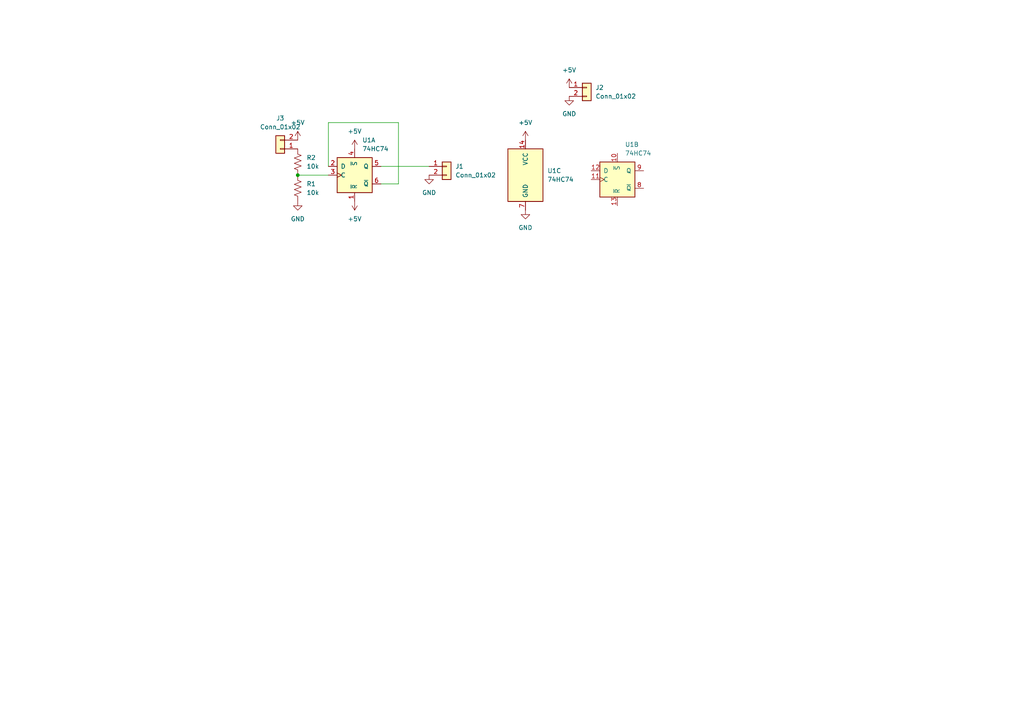
<source format=kicad_sch>
(kicad_sch (version 20230121) (generator eeschema)
  (paper "A4")
  (lib_symbols
    (symbol "74xx:74HC74" (pin_names (offset 1.016))
      (property "Reference" "U" (at -7.62 8.89 0))
      (property "Value" "74HC74" (at -7.62 -8.89 0))
      (symbol "74HC74_1_0"
        (pin input line (at 0 -7.62 90) (length 2.54) (name "~{R}") (number "1"))
        (pin input line (at -7.62 2.54 0) (length 2.54) (name "D") (number "2"))
        (pin input clock (at -7.62 0 0) (length 2.54) (name "C") (number "3"))
        (pin input line (at 0 7.62 270) (length 2.54) (name "~{S}") (number "4"))
        (pin output line (at 7.62 2.54 180) (length 2.54) (name "Q") (number "5"))
        (pin output line (at 7.62 -2.54 180) (length 2.54) (name "~{Q}") (number "6"))
      )
      (symbol "74HC74_1_1"
        (rectangle (start -5.08 5.08) (end 5.08 -5.08) (stroke (width 0.254)) (fill (type background)))
      )
      (symbol "74HC74_2_0"
        (pin input line (at 0 7.62 270) (length 2.54) (name "~{S}") (number "10"))
        (pin input clock (at -7.62 0 0) (length 2.54) (name "C") (number "11"))
        (pin input line (at -7.62 2.54 0) (length 2.54) (name "D") (number "12"))
        (pin input line (at 0 -7.62 90) (length 2.54) (name "~{R}") (number "13"))
        (pin output line (at 7.62 -2.54 180) (length 2.54) (name "~{Q}") (number "8"))
        (pin output line (at 7.62 2.54 180) (length 2.54) (name "Q") (number "9"))
      )
      (symbol "74HC74_2_1"
        (rectangle (start -5.08 5.08) (end 5.08 -5.08) (stroke (width 0.254)) (fill (type background)))
      )
      (symbol "74HC74_3_0"
        (pin power_in line (at 0 10.16 270) (length 2.54) (name "VCC") (number "14"))
        (pin power_in line (at 0 -10.16 90) (length 2.54) (name "GND") (number "7"))
      )
      (symbol "74HC74_3_1"
        (rectangle (start -5.08 7.62) (end 5.08 -7.62) (stroke (width 0.254)) (fill (type background)))
      )
    )
    (symbol "Connector_Generic:Conn_01x02" (pin_names (offset 1.016) hide)
      (property "Reference" "J" (at 0 2.54 0))
      (property "Value" "Conn_01x02" (at 0 -5.08 0))
      (symbol "Conn_01x02_1_1"
        (rectangle (start -1.27 -2.413) (end 0 -2.667) (stroke (width 0.1524)))
        (rectangle (start -1.27 0.127) (end 0 -0.127) (stroke (width 0.1524)))
        (rectangle (start -1.27 1.27) (end 1.27 -3.81) (stroke (width 0.254)) (fill (type background)))
        (pin passive line (at -5.08 0 0) (length 3.81) (name "Pin_1") (number "1"))
        (pin passive line (at -5.08 -2.54 0) (length 3.81) (name "Pin_2") (number "2"))
      )
    )
    (symbol "Device:R_US" (pin_numbers hide) (pin_names (offset 0))
      (property "Reference" "R" (at 2.54 0 90))
      (property "Value" "R_US" (at -2.54 0 90))
      (symbol "R_US_0_1"
        (polyline (pts (xy 0 -2.286) (xy 0 -2.54)))
        (polyline (pts (xy 0 2.286) (xy 0 2.54)))
        (polyline (pts (xy 0 -0.762) (xy 1.016 -1.143) (xy 0 -1.524) (xy -1.016 -1.905) (xy 0 -2.286)))
        (polyline (pts (xy 0 0.762) (xy 1.016 0.381) (xy 0 0) (xy -1.016 -0.381) (xy 0 -0.762)))
        (polyline (pts (xy 0 2.286) (xy 1.016 1.905) (xy 0 1.524) (xy -1.016 1.143) (xy 0 0.762)))
      )
      (symbol "R_US_1_1"
        (pin passive line (at 0 3.81 270) (length 1.27) (name "~") (number "1"))
        (pin passive line (at 0 -3.81 90) (length 1.27) (name "~") (number "2"))
      )
    )
    (symbol "power:+5V" (power) (pin_names (offset 0))
      (property "Value" "+5V" (at 0 3.556 0))
      (symbol "+5V_0_1"
        (polyline (pts (xy -0.762 1.27) (xy 0 2.54)))
        (polyline (pts (xy 0 0) (xy 0 2.54)))
        (polyline (pts (xy 0 2.54) (xy 0.762 1.27)))
      )
      (symbol "+5V_1_1"
        (pin power_in line (at 0 0 90) (length 0) hide (name "+5V") (number "1"))
      )
    )
    (symbol "power:GND" (power) (pin_names (offset 0))
      (property "Value" "GND" (at 0 -3.81 0))
      (symbol "GND_0_1"
        (polyline (pts (xy 0 0) (xy 0 -1.27) (xy 1.27 -1.27) (xy 0 -2.54) (xy -1.27 -1.27) (xy 0 -1.27)))
      )
      (symbol "GND_1_1"
        (pin power_in line (at 0 0 270) (length 0) hide (name "GND") (number "1"))
      )
    )
  )
  (junction (at 86.36 50.8))
  (wire (pts (xy 95.25 35.56) (xy 115.57 35.56)))
  (wire (pts (xy 86.36 50.8) (xy 95.25 50.8)))
  (wire (pts (xy 110.49 53.34) (xy 115.57 53.34)))
  (wire (pts (xy 95.25 48.26) (xy 95.25 35.56)))
  (wire (pts (xy 115.57 35.56) (xy 115.57 53.34)))
  (wire (pts (xy 110.49 48.26) (xy 124.46 48.26)))
  (symbol (lib_id "74xx:74HC74") (at 179.07 52.07 0) (unit 2)
    (property "Reference" "U1" (at 181.2641 41.91 0) (effects (justify left)))
    (property "Value" "74HC74" (at 181.2641 44.45 0) (effects (justify left)))
    (property "Footprint" "Package_DIP:DIP-14_W7.62mm" (effects hide))
    (property "Datasheet" "74xx/74hc_hct74.pdf" (effects hide))
  )
  (symbol (lib_id "74xx:74HC74") (at 152.4 50.8 0) (unit 3)
    (property "Reference" "U1" (at 158.75 49.53 0) (effects (justify left)))
    (property "Value" "74HC74" (at 158.75 52.07 0) (effects (justify left)))
    (property "Footprint" "Package_DIP:DIP-14_W7.62mm" (effects hide))
    (property "Datasheet" "74xx/74hc_hct74.pdf" (effects hide))
  )
  (symbol (lib_id "power:GND") (at 152.4 60.96 0) (unit 1)
    (property "Reference" "#PWR01" (effects hide))
    (property "Value" "GND" (at 152.4 66.04 0))
  )
  (symbol (lib_id "Connector_Generic:Conn_01x02") (at 129.54 48.26 0) (unit 1)
    (property "Reference" "J1" (at 132.08 48.26 0) (effects (justify left)))
    (property "Value" "Conn_01x02" (at 132.08 50.8 0) (effects (justify left)))
    (property "Footprint" "Connector_PinHeader_2.54mm:PinHeader_1x02_P2.54mm_Vertical" (effects hide))
  )
  (symbol (lib_id "Connector_Generic:Conn_01x02") (at 170.18 25.4 0) (unit 1)
    (property "Reference" "J2" (at 172.72 25.4 0) (effects (justify left)))
    (property "Value" "Conn_01x02" (at 172.72 27.94 0) (effects (justify left)))
    (property "Footprint" "Connector_PinHeader_2.54mm:PinHeader_1x02_P2.54mm_Vertical" (effects hide))
  )
  (symbol (lib_id "power:+5V") (at 165.1 25.4 0) (unit 1)
    (property "Reference" "#PWR05" (effects hide))
    (property "Value" "+5V" (at 165.1 20.32 0))
  )
  (symbol (lib_id "power:+5V") (at 102.87 43.18 0) (unit 1)
    (property "Reference" "#PWR03" (effects hide))
    (property "Value" "+5V" (at 102.87 38.1 0))
  )
  (symbol (lib_id "power:+5V") (at 152.4 40.64 0) (unit 1)
    (property "Reference" "#PWR02" (effects hide))
    (property "Value" "+5V" (at 152.4 35.56 0))
  )
  (symbol (lib_id "power:+5V") (at 86.36 40.64 0) (unit 1)
    (property "Reference" "#PWR09" (effects hide))
    (property "Value" "+5V" (at 86.36 35.56 0))
  )
  (symbol (lib_id "power:GND") (at 165.1 27.94 0) (unit 1)
    (property "Reference" "#PWR06" (effects hide))
    (property "Value" "GND" (at 165.1 33.02 0))
  )
  (symbol (lib_id "power:+5V") (at 102.87 58.42 180) (unit 1)
    (property "Reference" "#PWR04" (effects hide))
    (property "Value" "+5V" (at 102.87 63.5 0))
  )
  (symbol (lib_id "74xx:74HC74") (at 102.87 50.8 0) (unit 1)
    (property "Reference" "U1" (at 105.0641 40.64 0) (effects (justify left)))
    (property "Value" "74HC74" (at 105.0641 43.18 0) (effects (justify left)))
    (property "Footprint" "Package_DIP:DIP-14_W7.62mm" (effects hide))
    (property "Datasheet" "74xx/74hc_hct74.pdf" (effects hide))
  )
  (symbol (lib_id "power:GND") (at 86.36 58.42 0) (unit 1)
    (property "Reference" "#PWR08" (effects hide))
    (property "Value" "GND" (at 86.36 63.5 0))
  )
  (symbol (lib_id "Device:R_US") (at 86.36 46.99 0) (unit 1)
    (property "Reference" "R2" (at 88.9 45.72 0) (effects (justify left)))
    (property "Value" "10k" (at 88.9 48.26 0) (effects (justify left)))
    (property "Footprint" "Resistor_SMD:R_0603_1608Metric" (effects hide))
  )
  (symbol (lib_id "Connector_Generic:Conn_01x02") (at 81.28 43.18 180) (unit 1)
    (property "Reference" "J3" (at 81.28 34.29 0))
    (property "Value" "Conn_01x02" (at 81.28 36.83 0))
    (property "Footprint" "Connector_PinHeader_2.54mm:PinHeader_1x02_P2.54mm_Vertical" (effects hide))
  )
  (symbol (lib_id "power:GND") (at 124.46 50.8 0) (unit 1)
    (property "Reference" "#PWR07" (effects hide))
    (property "Value" "GND" (at 124.46 55.88 0))
  )
  (symbol (lib_id "Device:R_US") (at 86.36 54.61 0) (unit 1)
    (property "Reference" "R1" (at 88.9 53.34 0) (effects (justify left)))
    (property "Value" "10k" (at 88.9 55.88 0) (effects (justify left)))
    (property "Footprint" "Resistor_SMD:R_0603_1608Metric" (effects hide))
  )
)
</source>
